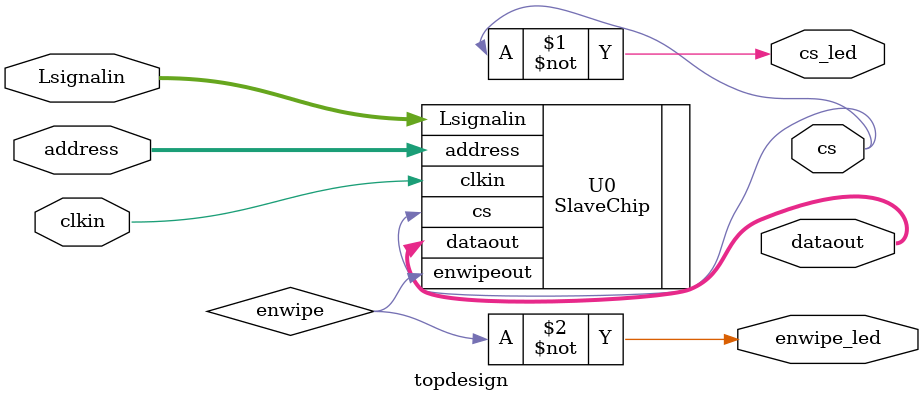
<source format=v>
`timescale 1ps/1ps
module topdesign(
	input [63:0] Lsignalin,
	input [7:0]	address,
	input clkin,
	output [7:0] dataout,
	output cs,
	output cs_led,
	output enwipe_led
);
wire enwipe;
assign cs_led = ~ cs;
assign enwipe_led = ~ enwipe;

SlaveChip U0(
	.Lsignalin(Lsignalin),
	.address(address),
	.dataout(dataout),
	.clkin(clkin),
	.cs(cs),
	.enwipeout(enwipe)
);

endmodule
</source>
